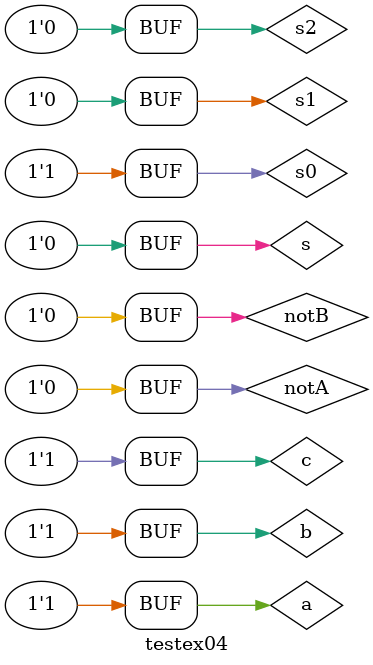
<source format=v>



 module testex04;
 reg   a, b;
 wire  notA, notB, c, s1, s2, s0, s;
 
 nor NOR0 (notA, a, a);
 nor NOR1 (notB, b, b);
 nor COUT (c, notA, notB);
 nor NOR3 (s1, a, notB);
 nor NOR4 (s2, notA, b);
 nor NOR5 (s0, s1,s2);
 nor NOR6 (s, s0, s0);
          
        
 initial begin
 
      $display("Exercicio 04 - Pedro Tronbin - 410473");
      $display("Half Adder Test.");
      $display("A  +  B  =  C  S");
      
		a=0; b=0;
		
  	#1	 $monitor("%b  +  %b  =  %b  %b", a, b, c, s);
   #1  a=0; b=1;
   #1  a=1; b=0;
   #1  a=1; b=1;

 end

endmodule // testex04

/* SAIDA

Exercicio 04 - Pedro Tronbin - 410473
    Half Adder Test.
    A  +  B  =  C  S
    0  +  0  =  0  0
    0  +  1  =  0  1
    1  +  0  =  0  1
    1  +  1  =  1  0
*/
</source>
